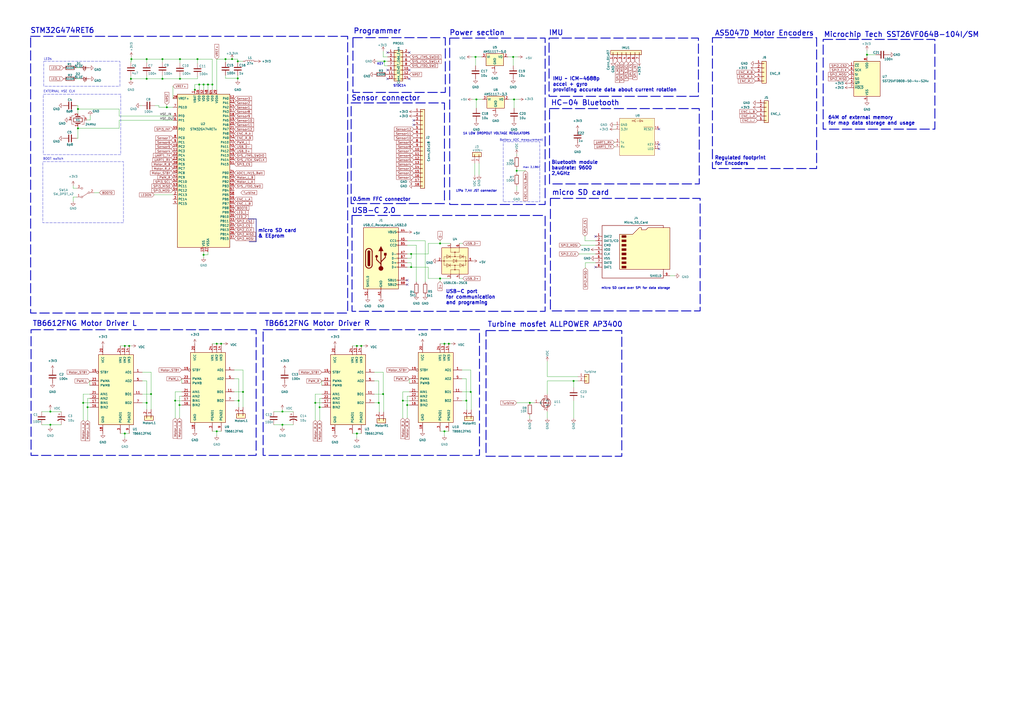
<source format=kicad_sch>
(kicad_sch (version 20231120) (generator "eeschema") (generator_version "8.0")
  (paper "A2")
  (title_block (title "REGIN V3") (date "2025-10-27") (rev "v1") (company "SpaceSBL"))
  (junction (at 207.01 200.66))
  (junction (at 118.11 147.828))
  (junction (at 113.03 52.07))
  (junction (at 85.09 34.29))
  (junction (at 76.2 34.29))
  (junction (at 163.83 246.38))
  (junction (at 140.97 227.33))
  (junction (at 273.05 227.33))
  (junction (at 137.922 45.466))
  (junction (at 104.394 45.72))
  (junction (at 48.26 233.68))
  (junction (at 257.81 199.39))
  (junction (at 298.196 57.658))
  (junction (at 137.922 35.56))
  (junction (at 125.73 250.19))
  (junction (at 275.844 33.02))
  (junction (at 209.55 200.66))
  (junction (at 87.63 228.6))
  (junction (at 123.19 49.022))
  (junction (at 72.39 251.46))
  (junction (at 255.27 141.224))
  (junction (at 223.012 35.56))
  (junction (at 502.92 31.75))
  (junction (at 236.22 234.95))
  (junction (at 125.73 199.39))
  (junction (at 238.506 154.94))
  (junction (at 128.27 199.39))
  (junction (at 163.83 238.76))
  (junction (at 104.14 234.95))
  (junction (at 222.25 228.6))
  (junction (at 138.43 232.41))
  (junction (at 238.506 147.32))
  (junction (at 74.93 200.66))
  (junction (at 75.946 45.72))
  (junction (at 332.74 220.98))
  (junction (at 50.8 236.22))
  (junction (at 96.774 62.23))
  (junction (at 297.688 33.02))
  (junction (at 85.09 233.68))
  (junction (at 299.72 99.06))
  (junction (at 104.394 34.29))
  (junction (at 260.35 199.39))
  (junction (at 257.81 250.19))
  (junction (at 29.21 246.38))
  (junction (at 255.27 161.544))
  (junction (at 29.21 238.76))
  (junction (at 120.65 49.022))
  (junction (at 134.62 34.29))
  (junction (at 45.212 63.246))
  (junction (at 94.234 45.72))
  (junction (at 114.554 34.29))
  (junction (at 94.234 34.29))
  (junction (at 276.352 57.658))
  (junction (at 219.71 233.68))
  (junction (at 182.88 233.68))
  (junction (at 270.51 232.41))
  (junction (at 45.212 74.422))
  (junction (at 207.01 251.46))
  (junction (at 101.6 232.41))
  (junction (at 307.34 233.68))
  (junction (at 130.81 34.29))
  (junction (at 185.42 236.22))
  (junction (at 233.68 232.41))
  (junction (at 118.11 49.022))
  (junction (at 115.57 49.022))
  (junction (at 85.09 45.72))
  (junction (at 72.39 200.66))
  (no_connect (at 237.49 30.48))
  (no_connect (at 237.49 40.64))
  (no_connect (at 345.44 137.16))
  (no_connect (at 224.79 45.72))
  (no_connect (at 237.49 45.72))
  (no_connect (at 240.03 72.39))
  (no_connect (at 224.79 40.64))
  (no_connect (at 382.27 86.36))
  (no_connect (at 240.03 69.85))
  (no_connect (at 382.27 74.93))
  (no_connect (at 382.27 83.82))
  (no_connect (at 345.44 154.94))
  (no_connect (at 236.22 162.56))
  (no_connect (at 236.22 165.1))
  (no_connect (at 224.79 30.48))
  (wire (pts (xy 94.234 34.29) (xy 85.09 34.29)))
  (wire (pts (xy 75.946 45.72) (xy 85.09 45.72)))
  (wire (pts (xy 113.03 52.07) (xy 113.03 49.022)))
  (wire (pts (xy 317.5 218.44) (xy 317.5 209.55)))
  (wire (pts (xy 94.234 43.688) (xy 94.234 45.72)))
  (wire (pts (xy 96.774 62.23) (xy 100.33 62.23)))
  (wire (pts (xy 104.14 229.87) (xy 104.14 234.95)))
  (wire (pts (xy 81.534 61.214) (xy 82.296 61.214)))
  (wire (pts (xy 50.8 236.22) (xy 50.8 243.84)))
  (wire (pts (xy 75.946 35.56) (xy 75.946 36.322)))
  (wire (pts (xy 130.81 45.466) (xy 130.81 43.688)))
  (wire (pts (xy 138.43 219.71) (xy 138.43 232.41)))
  (wire (pts (xy 257.81 250.19) (xy 257.81 252.73)))
  (wire (pts (xy 335.788 147.32) (xy 345.44 147.32)))
  (wire (pts (xy 45.212 80.264) (xy 44.45 80.264)))
  (wire (pts (xy 233.68 232.41) (xy 233.68 227.33)))
  (wire (pts (xy 307.34 233.68) (xy 309.88 233.68)))
  (wire (pts (xy 336.804 142.24) (xy 345.44 142.24)))
  (wire (pts (xy 76.2 35.56) (xy 75.946 35.56)))
  (wire (pts (xy 332.74 232.41) (xy 332.74 242.57)))
  (wire (pts (xy 101.6 232.41) (xy 101.6 242.57)))
  (bus (pts (xy 148.59 127) (xy 148.59 140.208)))
  (wire (pts (xy 137.922 43.688) (xy 137.922 45.466)))
  (wire (pts (xy 114.554 34.29) (xy 104.394 34.29)))
  (wire (pts (xy 158.75 238.76) (xy 163.83 238.76)))
  (wire (pts (xy 140.97 227.33) (xy 140.97 236.22)))
  (wire (pts (xy 69.088 63.246) (xy 45.212 63.246)))
  (wire (pts (xy 261.366 141.224) (xy 255.27 141.224)))
  (wire (pts (xy 113.03 49.022) (xy 115.57 49.022)))
  (wire (pts (xy 277.876 94.742) (xy 277.876 101.6)))
  (wire (pts (xy 104.394 34.29) (xy 104.394 36.576)))
  (bus (pts (xy 144.018 127) (xy 148.59 127)))
  (wire (pts (xy 294.64 33.02) (xy 297.688 33.02)))
  (wire (pts (xy 89.408 113.03) (xy 100.33 113.03)))
  (wire (pts (xy 356.87 72.39) (xy 356.362 72.39)))
  (wire (pts (xy 273.558 33.02) (xy 275.844 33.02)))
  (wire (pts (xy 96.774 62.23) (xy 92.202 62.23)))
  (wire (pts (xy 44.45 45.72) (xy 46.736 45.72)))
  (wire (pts (xy 257.81 250.19) (xy 260.35 250.19)))
  (wire (pts (xy 69.088 74.422) (xy 45.212 74.422)))
  (wire (pts (xy 114.554 34.29) (xy 114.554 36.83)))
  (wire (pts (xy 163.83 237.49) (xy 163.83 238.76)))
  (wire (pts (xy 104.394 34.29) (xy 94.234 34.29)))
  (wire (pts (xy 217.17 233.68) (xy 219.71 233.68)))
  (wire (pts (xy 267.97 227.33) (xy 273.05 227.33)))
  (wire (pts (xy 317.5 238.76) (xy 317.5 242.57)))
  (wire (pts (xy 115.57 49.022) (xy 118.11 49.022)))
  (wire (pts (xy 236.22 149.86) (xy 238.506 149.86)))
  (wire (pts (xy 104.394 45.72) (xy 114.554 45.72)))
  (wire (pts (xy 317.5 220.98) (xy 317.5 228.6)))
  (wire (pts (xy 299.72 99.06) (xy 299.72 100.33)))
  (wire (pts (xy 257.81 199.39) (xy 260.35 199.39)))
  (wire (pts (xy 69.088 69.85) (xy 100.33 69.85)))
  (wire (pts (xy 237.49 229.87) (xy 236.22 229.87)))
  (wire (pts (xy 267.97 232.41) (xy 270.51 232.41)))
  (wire (pts (xy 339.598 152.4) (xy 339.598 155.448)))
  (wire (pts (xy 123.19 250.19) (xy 125.73 250.19)))
  (wire (pts (xy 118.11 49.022) (xy 118.11 52.07)))
  (wire (pts (xy 210.82 200.66) (xy 209.55 200.66)))
  (wire (pts (xy 123.19 34.29) (xy 114.554 34.29)))
  (wire (pts (xy 182.88 233.68) (xy 186.69 233.68)))
  (wire (pts (xy 261.62 199.39) (xy 260.35 199.39)))
  (wire (pts (xy 233.68 232.41) (xy 237.49 232.41)))
  (wire (pts (xy 299.72 89.408) (xy 299.72 90.17)))
  (wire (pts (xy 236.22 154.94) (xy 238.506 154.94)))
  (wire (pts (xy 85.09 43.942) (xy 85.09 45.72)))
  (wire (pts (xy 222.504 228.6) (xy 222.504 239.014)))
  (wire (pts (xy 101.6 227.33) (xy 105.41 227.33)))
  (wire (pts (xy 268.478 161.544) (xy 266.446 161.544)))
  (wire (pts (xy 87.63 228.6) (xy 87.63 237.49)))
  (wire (pts (xy 223.012 35.56) (xy 224.79 35.56)))
  (wire (pts (xy 236.22 234.95) (xy 237.49 234.95)))
  (wire (pts (xy 125.73 34.29) (xy 125.73 52.07)))
  (wire (pts (xy 42.418 109.22) (xy 42.418 107.696)))
  (wire (pts (xy 182.88 228.6) (xy 186.69 228.6)))
  (wire (pts (xy 104.14 234.95) (xy 105.41 234.95)))
  (wire (pts (xy 204.47 251.46) (xy 207.01 251.46)))
  (wire (pts (xy 207.01 251.46) (xy 207.01 254)))
  (wire (pts (xy 52.07 220.98) (xy 52.07 223.52)))
  (wire (pts (xy 29.21 246.38) (xy 29.21 247.65)))
  (wire (pts (xy 120.65 49.022) (xy 120.65 52.07)))
  (wire (pts (xy 270.51 219.71) (xy 270.51 232.41)))
  (wire (pts (xy 236.22 234.95) (xy 236.22 242.57)))
  (wire (pts (xy 217.17 220.98) (xy 219.71 220.98)))
  (wire (pts (xy 246.634 163.576) (xy 246.634 139.7)))
  (wire (pts (xy 224.79 38.1) (xy 223.012 38.1)))
  (wire (pts (xy 123.19 49.022) (xy 123.19 34.29)))
  (wire (pts (xy 248.412 154.94) (xy 248.412 161.544)))
  (wire (pts (xy 82.55 220.98) (xy 85.09 220.98)))
  (wire (pts (xy 207.01 200.66) (xy 209.55 200.66)))
  (wire (pts (xy 222.25 29.718) (xy 222.25 33.02)))
  (wire (pts (xy 186.69 220.98) (xy 186.69 223.52)))
  (wire (pts (xy 69.088 69.85) (xy 69.088 74.422)))
  (bus (pts (xy 148.59 140.208) (xy 144.526 140.208)))
  (wire (pts (xy 502.92 31.75) (xy 502.92 33.02)))
  (wire (pts (xy 29.21 246.38) (xy 35.56 246.38)))
  (wire (pts (xy 138.43 232.41) (xy 138.43 236.22)))
  (wire (pts (xy 130.81 34.29) (xy 134.62 34.29)))
  (wire (pts (xy 345.44 139.7) (xy 339.344 139.7)))
  (wire (pts (xy 76.2 34.29) (xy 85.09 34.29)))
  (wire (pts (xy 298.196 57.658) (xy 298.196 62.738)))
  (wire (pts (xy 219.964 233.68) (xy 219.71 233.68)))
  (wire (pts (xy 140.97 35.56) (xy 137.922 35.56)))
  (wire (pts (xy 123.19 52.07) (xy 123.19 49.022)))
  (wire (pts (xy 248.412 141.224) (xy 248.412 147.32)))
  (wire (pts (xy 218.694 35.56) (xy 223.012 35.56)))
  (wire (pts (xy 50.8 231.14) (xy 50.8 236.22)))
  (wire (pts (xy 276.352 57.658) (xy 276.352 62.738)))
  (wire (pts (xy 299.72 233.68) (xy 307.34 233.68)))
  (wire (pts (xy 270.764 232.41) (xy 270.51 232.41)))
  (wire (pts (xy 248.412 147.32) (xy 238.506 147.32)))
  (wire (pts (xy 94.234 45.72) (xy 104.394 45.72)))
  (wire (pts (xy 222.25 215.9) (xy 222.25 228.6)))
  (wire (pts (xy 297.688 33.02) (xy 300.482 33.02)))
  (wire (pts (xy 29.21 237.49) (xy 29.21 238.76)))
  (wire (pts (xy 123.19 199.39) (xy 125.73 199.39)))
  (wire (pts (xy 233.68 242.57) (xy 233.68 232.41)))
  (wire (pts (xy 104.14 234.95) (xy 104.14 242.57)))
  (wire (pts (xy 44.45 109.22) (xy 42.418 109.22)))
  (wire (pts (xy 44.45 114.3) (xy 42.418 114.3)))
  (wire (pts (xy 120.65 49.022) (xy 123.19 49.022)))
  (wire (pts (xy 275.844 33.02) (xy 275.844 38.1)))
  (wire (pts (xy 219.964 233.68) (xy 219.964 239.014)))
  (wire (pts (xy 185.42 236.22) (xy 186.69 236.22)))
  (wire (pts (xy 44.45 39.37) (xy 46.482 39.37)))
  (wire (pts (xy 267.97 214.63) (xy 273.05 214.63)))
  (wire (pts (xy 44.45 61.214) (xy 45.212 61.214)))
  (wire (pts (xy 82.55 228.6) (xy 87.63 228.6)))
  (wire (pts (xy 255.27 141.224) (xy 248.412 141.224)))
  (wire (pts (xy 72.39 251.46) (xy 74.93 251.46)))
  (wire (pts (xy 134.62 34.29) (xy 137.922 34.29)))
  (wire (pts (xy 69.85 251.46) (xy 72.39 251.46)))
  (wire (pts (xy 238.506 149.86) (xy 238.506 147.32)))
  (wire (pts (xy 115.57 52.07) (xy 115.57 49.022)))
  (wire (pts (xy 163.83 246.38) (xy 170.18 246.38)))
  (wire (pts (xy 52.324 69.596) (xy 50.292 69.596)))
  (wire (pts (xy 45.212 61.214) (xy 45.212 63.246)))
  (wire (pts (xy 76.2 34.29) (xy 76.2 35.56)))
  (wire (pts (xy 45.212 74.422) (xy 45.212 80.264)))
  (wire (pts (xy 182.88 233.68) (xy 182.88 228.6)))
  (wire (pts (xy 267.97 219.71) (xy 270.51 219.71)))
  (wire (pts (xy 92.202 61.214) (xy 89.916 61.214)))
  (wire (pts (xy 388.62 160.02) (xy 391.414 160.02)))
  (wire (pts (xy 76.2 33.02) (xy 76.2 34.29)))
  (wire (pts (xy 332.74 220.98) (xy 335.28 220.98)))
  (wire (pts (xy 135.89 219.71) (xy 138.43 219.71)))
  (wire (pts (xy 270.764 232.41) (xy 270.764 237.744)))
  (wire (pts (xy 96.774 60.706) (xy 96.774 62.23)))
  (wire (pts (xy 339.344 136.906) (xy 339.344 139.7)))
  (wire (pts (xy 48.26 233.68) (xy 48.26 243.84)))
  (wire (pts (xy 45.212 63.246) (xy 45.212 65.786)))
  (wire (pts (xy 76.2 200.66) (xy 74.93 200.66)))
  (wire (pts (xy 274.066 57.658) (xy 276.352 57.658)))
  (wire (pts (xy 118.11 149.352) (xy 118.11 147.828)))
  (wire (pts (xy 255.27 163.322) (xy 255.27 161.544)))
  (wire (pts (xy 105.41 219.71) (xy 105.41 222.25)))
  (wire (pts (xy 87.63 215.9) (xy 87.63 228.6)))
  (wire (pts (xy 356.87 85.09) (xy 356.362 85.09)))
  (wire (pts (xy 130.81 45.466) (xy 137.922 45.466)))
  (wire (pts (xy 241.554 163.576) (xy 241.554 142.24)))
  (wire (pts (xy 82.55 215.9) (xy 87.63 215.9)))
  (wire (pts (xy 125.73 199.39) (xy 128.27 199.39)))
  (wire (pts (xy 75.946 43.942) (xy 75.946 45.72)))
  (wire (pts (xy 163.83 246.38) (xy 163.83 247.65)))
  (wire (pts (xy 48.26 233.68) (xy 52.07 233.68)))
  (wire (pts (xy 246.634 139.7) (xy 236.22 139.7)))
  (wire (pts (xy 273.304 227.33) (xy 273.05 227.33)))
  (wire (pts (xy 255.27 161.544) (xy 261.366 161.544)))
  (wire (pts (xy 182.88 243.84) (xy 182.88 233.68)))
  (wire (pts (xy 85.09 34.29) (xy 85.09 36.322)))
  (wire (pts (xy 118.11 49.022) (xy 120.65 49.022)))
  (wire (pts (xy 105.41 229.87) (xy 104.14 229.87)))
  (wire (pts (xy 222.504 228.6) (xy 222.25 228.6)))
  (wire (pts (xy 42.418 114.3) (xy 42.418 116.84)))
  (wire (pts (xy 92.202 62.23) (xy 92.202 61.214)))
  (wire (pts (xy 233.68 227.33) (xy 237.49 227.33)))
  (wire (pts (xy 207.01 251.46) (xy 209.55 251.46)))
  (wire (pts (xy 237.49 219.71) (xy 237.49 222.25)))
  (wire (pts (xy 332.74 220.98) (xy 332.74 224.79)))
  (wire (pts (xy 104.394 44.196) (xy 104.394 45.72)))
  (wire (pts (xy 24.13 246.38) (xy 29.21 246.38)))
  (wire (pts (xy 297.688 33.02) (xy 297.688 38.1)))
  (wire (pts (xy 255.27 250.19) (xy 257.81 250.19)))
  (wire (pts (xy 185.42 231.14) (xy 185.42 236.22)))
  (wire (pts (xy 158.75 246.38) (xy 163.83 246.38)))
  (wire (pts (xy 125.73 250.19) (xy 125.73 252.73)))
  (wire (pts (xy 48.26 228.6) (xy 52.07 228.6)))
  (wire (pts (xy 129.54 199.39) (xy 128.27 199.39)))
  (wire (pts (xy 101.6 232.41) (xy 105.41 232.41)))
  (wire (pts (xy 140.97 214.63) (xy 140.97 227.33)))
  (wire (pts (xy 120.65 147.828) (xy 120.65 146.05)))
  (wire (pts (xy 69.85 200.66) (xy 72.39 200.66)))
  (wire (pts (xy 75.946 46.482) (xy 75.946 45.72)))
  (wire (pts (xy 204.47 200.66) (xy 207.01 200.66)))
  (wire (pts (xy 273.304 227.33) (xy 273.304 237.744)))
  (wire (pts (xy 125.73 250.19) (xy 128.27 250.19)))
  (wire (pts (xy 137.922 35.56) (xy 137.922 36.068)))
  (wire (pts (xy 275.336 94.742) (xy 275.336 101.6)))
  (wire (pts (xy 295.148 57.658) (xy 298.196 57.658)))
  (wire (pts (xy 273.05 214.63) (xy 273.05 227.33)))
  (wire (pts (xy 248.412 161.544) (xy 255.27 161.544)))
  (wire (pts (xy 85.09 220.98) (xy 85.09 233.68)))
  (wire (pts (xy 186.69 231.14) (xy 185.42 231.14)))
  (wire (pts (xy 135.89 214.63) (xy 140.97 214.63)))
  (wire (pts (xy 135.89 227.33) (xy 140.97 227.33)))
  (wire (pts (xy 217.17 215.9) (xy 222.25 215.9)))
  (wire (pts (xy 255.27 199.39) (xy 257.81 199.39)))
  (wire (pts (xy 238.506 154.94) (xy 248.412 154.94)))
  (wire (pts (xy 217.17 228.6) (xy 222.25 228.6)))
  (wire (pts (xy 299.72 107.95) (xy 299.72 110.49)))
  (wire (pts (xy 223.012 38.1) (xy 223.012 35.56)))
  (wire (pts (xy 125.73 34.29) (xy 130.81 34.29)))
  (wire (pts (xy 101.6 232.41) (xy 101.6 227.33)))
  (wire (pts (xy 82.55 233.68) (xy 85.09 233.68)))
  (wire (pts (xy 52.07 231.14) (xy 50.8 231.14)))
  (wire (pts (xy 502.92 29.21) (xy 502.92 31.75)))
  (wire (pts (xy 45.212 73.406) (xy 45.212 74.422)))
  (wire (pts (xy 238.506 152.4) (xy 238.506 154.94)))
  (wire (pts (xy 317.5 220.98) (xy 332.74 220.98)))
  (wire (pts (xy 100.33 50.038) (xy 100.33 57.15)))
  (wire (pts (xy 130.81 36.068) (xy 130.81 34.29)))
  (wire (pts (xy 508 31.75) (xy 502.92 31.75)))
  (wire (pts (xy 299.72 99.06) (xy 304.8 99.06)))
  (wire (pts (xy 29.21 238.76) (xy 35.56 238.76)))
  (wire (pts (xy 113.03 52.324) (xy 113.03 52.07)))
  (wire (pts (xy 69.088 63.246) (xy 69.088 67.31)))
  (wire (pts (xy 163.83 238.76) (xy 170.18 238.76)))
  (wire (pts (xy 135.89 232.41) (xy 138.43 232.41)))
  (wire (pts (xy 335.28 218.44) (xy 317.5 218.44)))
  (wire (pts (xy 185.42 236.22) (xy 185.42 243.84)))
  (wire (pts (xy 356.87 74.93) (xy 356.362 74.93)))
  (wire (pts (xy 48.26 233.68) (xy 48.26 228.6)))
  (wire (pts (xy 137.922 34.29) (xy 137.922 35.56)))
  (wire (pts (xy 307.34 242.57) (xy 307.34 241.3)))
  (wire (pts (xy 219.71 220.98) (xy 219.71 233.68)))
  (wire (pts (xy 85.09 45.72) (xy 94.234 45.72)))
  (wire (pts (xy 345.44 152.4) (xy 339.598 152.4)))
  (wire (pts (xy 52.324 67.056) (xy 52.324 69.596)))
  (wire (pts (xy 236.22 152.4) (xy 238.506 152.4)))
  (wire (pts (xy 222.25 33.02) (xy 224.79 33.02)))
  (wire (pts (xy 236.22 229.87) (xy 236.22 234.95)))
  (wire (pts (xy 94.234 34.29) (xy 94.234 36.068)))
  (wire (pts (xy 114.554 44.45) (xy 114.554 45.72)))
  (wire (pts (xy 255.27 139.446) (xy 255.27 141.224)))
  (wire (pts (xy 85.09 233.68) (xy 85.09 237.49)))
  (wire (pts (xy 118.11 147.828) (xy 120.65 147.828)))
  (wire (pts (xy 268.478 141.224) (xy 266.446 141.224)))
  (wire (pts (xy 238.506 147.32) (xy 236.22 147.32)))
  (wire (pts (xy 72.39 251.46) (xy 72.39 254)))
  (wire (pts (xy 50.8 236.22) (xy 52.07 236.22)))
  (wire (pts (xy 275.844 33.02) (xy 279.4 33.02)))
  (wire (pts (xy 137.922 45.466) (xy 137.922 46.482)))
  (wire (pts (xy 69.088 67.31) (xy 100.33 67.31)))
  (wire (pts (xy 72.39 200.66) (xy 74.93 200.66)))
  (wire (pts (xy 298.196 57.658) (xy 300.99 57.658)))
  (wire (pts (xy 54.61 111.76) (xy 57.658 111.76)))
  (wire (pts (xy 24.13 238.76) (xy 29.21 238.76)))
  (wire (pts (xy 241.554 142.24) (xy 236.22 142.24)))
  (wire (pts (xy 118.11 147.828) (xy 118.11 146.05)))
  (wire (pts (xy 276.352 57.658) (xy 279.908 57.658)))
  (wire (pts (xy 356.87 82.55) (xy 356.362 82.55)))
  (wire (pts (xy 299.72 97.79) (xy 299.72 99.06)))
  (rectangle (start 25.4 35.56) (end 69.596 50.038) (stroke (width 0) (type dash)))
  (rectangle (start 318.516 22.098) (end 405.13 55.88) (stroke (width 0.5) (type dash)))
  (rectangle (start 318.77 62.992) (end 405.638 106.68) (stroke (width 0.5) (type dash)))
  (rectangle (start 204.724 21.844) (end 258.318 53.594) (stroke (width 0.5) (type dash)))
  (rectangle (start 18.034 191.262) (end 148.59 264.16) (stroke (width 0.5) (type dash)))
  (rectangle (start 260.858 22.098) (end 316.23 118.618) (stroke (width 0.5) (type dash)))
  (rectangle (start 291.846 82.296) (end 313.182 117.094) (stroke (width 0) (type dash)))
  (rectangle (start 319.278 115.062) (end 406.146 180.34) (stroke (width 0.5) (type dash)))
  (rectangle (start 204.216 124.968) (end 316.23 180.594) (stroke (width 0.5) (type dash)))
  (rectangle (start 413.258 21.844) (end 473.71 97.79) (stroke (width 0.5) (type dash)))
  (rectangle (start 281.94 191.77) (end 360.68 264.668) (stroke (width 0.5) (type dash)))
  (rectangle (start 24.892 93.726) (end 71.628 129.286) (stroke (width 0) (type dash)))
  (rectangle (start 25.146 54.61) (end 70.104 89.662) (stroke (width 0) (type dash)))
  (rectangle (start 17.78 21.082) (end 201.676 181.61) (stroke (width 0.5) (type dash)))
  (rectangle (start 477.52 22.86) (end 542.29 74.93) (stroke (width 0.5) (type dash)))
  (rectangle (start 152.654 191.262) (end 278.13 264.16) (stroke (width 0.5) (type dash)))
  (rectangle (start 203.708 59.69) (end 257.81 118.11) (stroke (width 0.5) (type dash)))
  (text "Battery ADC measurement" (at 289.814 82.042 0) (effects (font (size 1.27 1.27)) (justify left bottom)))
  (text "Turbine mosfet ALLPOWER AP3400" (at 282.702 189.992 0) (effects (font (size 3 3) (thickness 0.454) (bold yes)) (justify left bottom)))
  (text "USB-C 2.0" (at 203.962 123.952 0) (effects (font (size 3 3) (thickness 0.454) (bold yes)) (justify left bottom)))
  (text "TB6612FNG Motor Driver R" (at 153.416 189.484 0) (effects (font (size 3 3) (thickness 0.454) (bold yes)) (justify left bottom)))
  (text "max 3,186V" (at 303.276 97.79 0) (effects (font (size 1.1 1.1)) (justify left bottom)))
  (text "KEY" (at 218.694 37.846 0) (effects (font (size 1.27 1.27) (bold yes)) (justify left bottom)))
  (text "64M of external memory \nfor map data storage and usage" (at 480.314 72.644 0) (effects (font (size 2 2) (thickness 0.4) (bold yes)) (justify left bottom)))
  (text "Programmer" (at 204.978 19.812 0) (effects (font (size 3 3) (thickness 0.454) (bold yes)) (justify left bottom)))
  (text "STM32G474RET6" (at 17.526 19.558 0) (effects (font (size 3 3) (thickness 0.454) (bold yes)) (justify left bottom)))
  (text "BOOT switch" (at 24.892 92.964 0) (effects (font (size 1.27 1.27)) (justify left bottom)))
  (text "Microchip Tech SST26VF064B-104I/SM" (at 477.774 21.844 0) (effects (font (size 3 3) (thickness 0.454) (bold yes)) (justify left bottom)))
  (text "Power section" (at 260.604 20.828 0) (effects (font (size 3 3) (thickness 0.454) (bold yes)) (justify left bottom)))
  (text "0.5mm FFC connector\n" (at 204.47 116.84 0) (effects (font (size 2 2) (thickness 0.4) (bold yes)) (justify left bottom)))
  (text "Regulated footprint\nfor Encoders" (at 414.528 96.012 0) (effects (font (size 2 2) (thickness 0.4) (bold yes)) (justify left bottom)))
  (text "EXTERNAL HSE CLK" (at 25.146 53.848 0) (effects (font (size 1.27 1.27)) (justify left bottom)))
  (text "IMU" (at 318.262 20.828 0) (effects (font (size 3 3) (thickness 0.454) (bold yes)) (justify left bottom)))
  (text "USB-C port \nfor communication \nand programing " (at 258.572 176.784 0) (effects (font (size 2 2) (thickness 0.4) (bold yes)) (justify left bottom)))
  (text "TB6612FNG Motor Driver L" (at 18.796 189.484 0) (effects (font (size 3 3) (thickness 0.454) (bold yes)) (justify left bottom)))
  (text "Sensor connector" (at 203.708 58.674 0) (effects (font (size 3 3) (thickness 0.454) (bold yes)) (justify left bottom)))
  (text "STDC14" (at 228.092 50.546 0) (effects (font (size 1.27 1.27) (thickness 0.254) (bold yes)) (justify left bottom)))
  (text "AS5047D Motor Encoders" (at 414.528 21.082 0) (effects (font (size 3 3) (thickness 0.454) (bold yes)) (justify left bottom)))
  (text "IMU ~ ICM-4688p\naccel + gyro \nproviding accurate data about current rotation" (at 320.548 53.34 0) (effects (font (size 2 2) (thickness 0.4) (bold yes)) (justify left bottom)))
  (text "micro SD card \n& EEprom\n" (at 149.606 138.176 0) (effects (font (size 2 2) (thickness 0.4) (bold yes)) (justify left bottom)))
  (text "LEDs" (at 25.4 35.052 0) (effects (font (size 1.27 1.27)) (justify left bottom)))
  (text "1A LOW DROPOUT VOLTAGE REGULATORS" (at 268.478 78.232 0) (effects (font (size 1.27 1.27) (thickness 0.254) (bold yes)) (justify left bottom)))
  (text "micro SD card" (at 320.04 113.538 0) (effects (font (size 3 3) (thickness 0.454) (bold yes)) (justify left bottom)))
  (text "micro SD card over SPI for data storage" (at 348.742 167.894 0) (effects (font (size 1.27 1.27) (thickness 0.254) (bold yes)) (justify left bottom)))
  (text "HC-04 Bluetooth" (at 319.532 61.468 0) (effects (font (size 3 3) (thickness 0.454) (bold yes)) (justify left bottom)))
  (text "LiPo 7,4V JST connector\n" (at 264.414 111.506 0) (effects (font (size 1.27 1.27) (thickness 0.254) (bold yes)) (justify left bottom)))
  (text "Bluetooth module\nbaudrate: 9600\n2,4GHz" (at 319.786 101.854 0) (effects (font (size 2 2) (thickness 0.4) (bold yes)) (justify left bottom)))
  (label "HSE_OUT" (at 92.71 69.85 0))
  (label "HSE_IN" (at 92.71 67.31 0))
  (global_label "SPI2_MISO" (shape input) (at 135.89 135.89 0) (property "Intersheetrefs" "${INTERSHEET_REFS}" (effects (hide yes))))
  (global_label "Sensor6" (shape input) (at 240.03 90.17 180) (property "Intersheetrefs" "${INTERSHEET_REFS}" (effects (hide yes))))
  (global_label "PWM_L" (shape input) (at 135.89 82.55 0) (property "Intersheetrefs" "${INTERSHEET_REFS}" (effects (hide yes))))
  (global_label "SPI2_MOSI" (shape input) (at 135.89 138.43 0) (property "Intersheetrefs" "${INTERSHEET_REFS}" (effects (hide yes))))
  (global_label "Motor_STBY" (shape input) (at 105.41 214.63 180) (property "Intersheetrefs" "${INTERSHEET_REFS}" (effects (hide yes))))
  (global_label "SPI3_INT" (shape input) (at 368.3 35.56 270) (property "Intersheetrefs" "${INTERSHEET_REFS}" (effects (hide yes))))
  (global_label "SYS_JTCK_SWCLK" (shape input) (at 135.89 92.71 0) (property "Intersheetrefs" "${INTERSHEET_REFS}" (effects (hide yes))))
  (global_label "SYS_JTCK_SWCLK" (shape input) (at 237.49 35.56 0) (property "Intersheetrefs" "${INTERSHEET_REFS}" (effects (hide yes))))
  (global_label "SPI2_CS2" (shape input) (at 492.76 38.1 180) (property "Intersheetrefs" "${INTERSHEET_REFS}" (effects (hide yes))))
  (global_label "SPI3_CS" (shape input) (at 135.89 95.25 0) (property "Intersheetrefs" "${INTERSHEET_REFS}" (effects (hide yes))))
  (global_label "UART1_RX" (shape input) (at 356.362 82.55 180) (property "Intersheetrefs" "${INTERSHEET_REFS}" (effects (hide yes))))
  (global_label "Sensor4" (shape input) (at 240.03 95.25 180) (property "Intersheetrefs" "${INTERSHEET_REFS}" (effects (hide yes))))
  (global_label "Sensor10" (shape input) (at 240.03 80.01 180) (property "Intersheetrefs" "${INTERSHEET_REFS}" (effects (hide yes))))
  (global_label "Sensor5" (shape input) (at 240.03 92.71 180) (property "Intersheetrefs" "${INTERSHEET_REFS}" (effects (hide yes))))
  (global_label "ENC_L_A" (shape input) (at 439.42 67.31 180) (property "Intersheetrefs" "${INTERSHEET_REFS}" (effects (hide yes))))
  (global_label "Motor_L_B" (shape input) (at 135.89 102.87 0) (property "Intersheetrefs" "${INTERSHEET_REFS}" (effects (hide yes))))
  (global_label "Motor_L_A" (shape input) (at 48.26 243.84 270) (property "Intersheetrefs" "${INTERSHEET_REFS}" (effects (hide yes))))
  (global_label "USB_D+" (shape input) (at 268.478 161.544 0) (property "Intersheetrefs" "${INTERSHEET_REFS}" (effects (hide yes))))
  (global_label "ENC_R_A" (shape input) (at 135.89 77.47 0) (property "Intersheetrefs" "${INTERSHEET_REFS}" (effects (hide yes))))
  (global_label "SPI2_CLK" (shape input) (at 135.89 133.35 0) (property "Intersheetrefs" "${INTERSHEET_REFS}" (effects (hide yes))))
  (global_label "PWM_L" (shape input) (at 105.41 219.71 180) (property "Intersheetrefs" "${INTERSHEET_REFS}" (effects (hide yes))))
  (global_label "Sensor12" (shape input) (at 135.89 74.93 0) (property "Intersheetrefs" "${INTERSHEET_REFS}" (effects (hide yes))))
  (global_label "ENC_R_I" (shape input) (at 438.15 46.99 180) (property "Intersheetrefs" "${INTERSHEET_REFS}" (effects (hide yes))))
  (global_label "USB_D-" (shape input) (at 135.89 85.09 0) (property "Intersheetrefs" "${INTERSHEET_REFS}" (effects (hide yes))))
  (global_label "Motor_STBY" (shape input) (at 186.69 215.9 180) (property "Intersheetrefs" "${INTERSHEET_REFS}" (effects (hide yes))))
  (global_label "Sensor7" (shape input) (at 240.03 87.63 180) (property "Intersheetrefs" "${INTERSHEET_REFS}" (effects (hide yes))))
  (global_label "Motor_R_B" (shape input) (at 236.22 242.57 270) (property "Intersheetrefs" "${INTERSHEET_REFS}" (effects (hide yes))))
  (global_label "SYS_JTMS_SWDIO" (shape input) (at 135.89 90.17 0) (property "Intersheetrefs" "${INTERSHEET_REFS}" (effects (hide yes))))
  (global_label "Motor_L_A" (shape input) (at 135.89 105.41 0) (property "Intersheetrefs" "${INTERSHEET_REFS}" (effects (hide yes))))
  (global_label "PWM_R" (shape input) (at 186.69 220.98 180) (property "Intersheetrefs" "${INTERSHEET_REFS}" (effects (hide yes))))
  (global_label "SPI2_MOSI" (shape input) (at 336.804 142.24 180) (property "Intersheetrefs" "${INTERSHEET_REFS}" (effects (hide yes))))
  (global_label "PWM_R" (shape input) (at 100.33 102.87 180) (property "Intersheetrefs" "${INTERSHEET_REFS}" (effects (hide yes))))
  (global_label "Motor_STBY" (shape input) (at 100.33 100.33 180) (property "Intersheetrefs" "${INTERSHEET_REFS}" (effects (hide yes))))
  (global_label "SPI2_CS" (shape input) (at 135.89 130.81 0) (property "Intersheetrefs" "${INTERSHEET_REFS}" (effects (hide yes))))
  (global_label "SPI3_MISO" (shape input) (at 360.68 35.56 270) (property "Intersheetrefs" "${INTERSHEET_REFS}" (effects (hide yes))))
  (global_label "SPI2_CS" (shape input) (at 339.344 136.906 90) (property "Intersheetrefs" "${INTERSHEET_REFS}" (effects (hide yes))))
  (global_label "LED_1" (shape input) (at 135.89 123.19 0) (property "Intersheetrefs" "${INTERSHEET_REFS}" (effects (hide yes))))
  (global_label "Sensor2" (shape input) (at 135.89 59.69 0) (property "Intersheetrefs" "${INTERSHEET_REFS}" (effects (hide yes))))
  (global_label "SPI3_MOSI" (shape input) (at 100.33 110.49 180) (property "Intersheetrefs" "${INTERSHEET_REFS}" (effects (hide yes))))
  (global_label "Motor_STBY" (shape input) (at 237.49 214.63 180) (property "Intersheetrefs" "${INTERSHEET_REFS}" (effects (hide yes))))
  (global_label "ENC_L_B" (shape input) (at 439.42 64.77 180) (property "Intersheetrefs" "${INTERSHEET_REFS}" (effects (hide yes))))
  (global_label "Motor_R_A" (shape input) (at 182.88 243.84 270) (property "Intersheetrefs" "${INTERSHEET_REFS}" (effects (hide yes))))
  (global_label "D+" (shape input) (at 255.27 163.322 270) (property "Intersheetrefs" "${INTERSHEET_REFS}" (effects (hide yes))))
  (global_label "SPI3_SCL" (shape input) (at 363.22 35.56 270) (property "Intersheetrefs" "${INTERSHEET_REFS}" (effects (hide yes))))
  (global_label "Sensor2" (shape input) (at 240.03 100.33 180) (property "Intersheetrefs" "${INTERSHEET_REFS}" (effects (hide yes))))
  (global_label "Motor_R_A" (shape input) (at 233.68 242.57 270) (property "Intersheetrefs" "${INTERSHEET_REFS}" (effects (hide yes))))
  (global_label "Motor_R_B" (shape input) (at 100.33 95.25 180) (property "Intersheetrefs" "${INTERSHEET_REFS}" (effects (hide yes))))
  (global_label "Sensor11" (shape input) (at 135.89 72.39 0) (property "Intersheetrefs" "${INTERSHEET_REFS}" (effects (hide yes))))
  (global_label "Sensor5" (shape input) (at 100.33 85.09 180) (property "Intersheetrefs" "${INTERSHEET_REFS}" (effects (hide yes))))
  (global_label "NRST" (shape input) (at 96.774 60.706 90) (property "Intersheetrefs" "${INTERSHEET_REFS}" (effects (hide yes))))
  (global_label "ADC1_IN15_Batt" (shape input) (at 304.8 99.06 270) (property "Intersheetrefs" "${INTERSHEET_REFS}" (effects (hide yes))))
  (global_label "Sensor12" (shape input) (at 240.03 74.93 180) (property "Intersheetrefs" "${INTERSHEET_REFS}" (effects (hide yes))))
  (global_label "Sensor6" (shape input) (at 100.33 82.55 180) (property "Intersheetrefs" "${INTERSHEET_REFS}" (effects (hide yes))))
  (global_label "Motor_STBY" (shape input) (at 52.07 215.9 180) (property "Intersheetrefs" "${INTERSHEET_REFS}" (effects (hide yes))))
  (global_label "VREF+" (shape input) (at 100.33 50.038 0) (property "Intersheetrefs" "${INTERSHEET_REFS}" (effects (hide yes))))
  (global_label "Turbine" (shape input) (at 139.7 111.76 0) (property "Intersheetrefs" "${INTERSHEET_REFS}" (effects (hide yes))))
  (global_label "LED_1" (shape input) (at 36.83 45.72 180) (property "Intersheetrefs" "${INTERSHEET_REFS}" (effects (hide yes))))
  (global_label "Sensor3" (shape input) (at 135.89 57.15 0) (property "Intersheetrefs" "${INTERSHEET_REFS}" (effects (hide yes))))
  (global_label "ADC1_IN15_Batt" (shape input) (at 135.89 100.33 0) (property "Intersheetrefs" "${INTERSHEET_REFS}" (effects (hide yes))))
  (global_label "ENC_L_I" (shape input) (at 439.42 69.85 180) (property "Intersheetrefs" "${INTERSHEET_REFS}" (effects (hide yes))))
  (global_label "SYS_JTDO_SWO" (shape input) (at 135.89 107.95 0) (property "Intersheetrefs" "${INTERSHEET_REFS}" (effects (hide yes))))
  (global_label "SPI2_CS2" (shape input) (at 135.89 128.27 0) (property "Intersheetrefs" "${INTERSHEET_REFS}" (effects (hide yes))))
  (global_label "Sensor1" (shape input) (at 240.03 102.87 180) (property "Intersheetrefs" "${INTERSHEET_REFS}" (effects (hide yes))))
  (global_label "UART1_RX" (shape input) (at 100.33 92.71 180) (property "Intersheetrefs" "${INTERSHEET_REFS}" (effects (hide yes))))
  (global_label "ENC_R_B" (shape input) (at 438.15 41.91 180) (property "Intersheetrefs" "${INTERSHEET_REFS}" (effects (hide yes))))
  (global_label "SPI2_MISO" (shape input) (at 492.76 45.72 180) (property "Intersheetrefs" "${INTERSHEET_REFS}" (effects (hide yes))))
  (global_label "Sensor9" (shape input) (at 240.03 82.55 180) (property "Intersheetrefs" "${INTERSHEET_REFS}" (effects (hide yes))))
  (global_label "SPI3_MISO" (shape input) (at 100.33 107.95 180) (property "Intersheetrefs" "${INTERSHEET_REFS}" (effects (hide yes))))
  (global_label "UART1_TX" (shape input) (at 100.33 90.17 180) (property "Intersheetrefs" "${INTERSHEET_REFS}" (effects (hide yes))))
  (global_label "Motor_R_A" (shape input) (at 100.33 97.79 180) (property "Intersheetrefs" "${INTERSHEET_REFS}" (effects (hide yes))))
  (global_label "Sensor10" (shape input) (at 135.89 69.85 0) (property "Intersheetrefs" "${INTERSHEET_REFS}" (effects (hide yes))))
  (global_label "Sensor4" (shape input) (at 100.33 87.63 180) (property "Intersheetrefs" "${INTERSHEET_REFS}" (effects (hide yes))))
  (global_label "LED_2" (shape input) (at 135.89 125.73 0) (property "Intersheetrefs" "${INTERSHEET_REFS}" (effects (hide yes))))
  (global_label "USB_D-" (shape input) (at 268.478 141.224 0) (property "Intersheetrefs" "${INTERSHEET_REFS}" (effects (hide yes))))
  (global_label "Sensor7" (shape input) (at 100.33 80.01 180) (property "Intersheetrefs" "${INTERSHEET_REFS}" (effects (hide yes))))
  (global_label "LED_2" (shape input) (at 36.83 39.37 180) (property "Intersheetrefs" "${INTERSHEET_REFS}" (effects (hide yes))))
  (global_label "ENC_R_B" (shape input) (at 135.89 80.01 0) (property "Intersheetrefs" "${INTERSHEET_REFS}" (effects (hide yes))))
  (global_label "Sensor1" (shape input) (at 135.89 62.23 0) (property "Intersheetrefs" "${INTERSHEET_REFS}" (effects (hide yes))))
  (global_label "Sensor3" (shape input) (at 240.03 97.79 180) (property "Intersheetrefs" "${INTERSHEET_REFS}" (effects (hide yes))))
  (global_label "ENC_L_A" (shape input) (at 135.89 115.57 0) (property "Intersheetrefs" "${INTERSHEET_REFS}" (effects (hide yes))))
  (global_label "SPI2_CLK" (shape input) (at 492.76 40.64 180) (property "Intersheetrefs" "${INTERSHEET_REFS}" (effects (hide yes))))
  (global_label "VREF+" (shape input) (at 125.73 34.29 90) (property "Intersheetrefs" "${INTERSHEET_REFS}" (effects (hide yes))))
  (global_label "LEDON" (shape input) (at 89.408 113.03 180) (property "Intersheetrefs" "${INTERSHEET_REFS}" (effects (hide yes))))
  (global_label "SPI3_MOSI" (shape input) (at 358.14 35.56 270) (property "Intersheetrefs" "${INTERSHEET_REFS}" (effects (hide yes))))
  (global_label "PWM_L" (shape input) (at 52.07 220.98 180) (property "Intersheetrefs" "${INTERSHEET_REFS}" (effects (hide yes))))
  (global_label "ENC_L_B" (shape input) (at 135.89 118.11 0) (property "Intersheetrefs" "${INTERSHEET_REFS}" (effects (hide yes))))
  (global_label "BOOT0" (shape input) (at 57.658 111.76 0) (property "Intersheetrefs" "${INTERSHEET_REFS}" (effects (hide yes))))
  (global_label "USB_D+" (shape input) (at 135.89 87.63 0) (property "Intersheetrefs" "${INTERSHEET_REFS}" (effects (hide yes))))
  (global_label "SPI2_MOSI" (shape input) (at 492.76 43.18 180) (property "Intersheetrefs" "${INTERSHEET_REFS}" (effects (hide yes))))
  (global_label "SYS_JTMS_SWDIO" (shape input) (at 237.49 33.02 0) (property "Intersheetrefs" "${INTERSHEET_REFS}" (effects (hide yes))))
  (global_label "Motor_L_A" (shape input) (at 101.6 242.57 270) (property "Intersheetrefs" "${INTERSHEET_REFS}" (effects (hide yes))))
  (global_label "Motor_L_B" (shape input) (at 50.8 243.84 270) (property "Intersheetrefs" "${INTERSHEET_REFS}" (effects (hide yes))))
  (global_label "D-" (shape input) (at 255.27 139.446 90) (property "Intersheetrefs" "${INTERSHEET_REFS}" (effects (hide yes))))
  (global_label "SPI2_CLK" (shape input) (at 335.788 147.32 180) (property "Intersheetrefs" "${INTERSHEET_REFS}" (effects (hide yes))))
  (global_label "BOOT0" (shape input) (at 135.89 120.65 0) (property "Intersheetrefs" "${INTERSHEET_REFS}" (effects (hide yes))))
  (global_label "SPI2_MISO" (shape input) (at 339.598 155.448 270) (property "Intersheetrefs" "${INTERSHEET_REFS}" (effects (hide yes))))
  (global_label "Motor_L_B" (shape input) (at 104.14 242.57 270) (property "Intersheetrefs" "${INTERSHEET_REFS}" (effects (hide yes))))
  (global_label "SPI3_SCL" (shape input) (at 100.33 105.41 180) (property "Intersheetrefs" "${INTERSHEET_REFS}" (effects (hide yes))))
  (global_label "Motor_R_B" (shape input) (at 185.42 243.84 270) (property "Intersheetrefs" "${INTERSHEET_REFS}" (effects (hide yes))))
  (global_label "SPI3_INT" (shape input) (at 100.33 74.93 180) (property "Intersheetrefs" "${INTERSHEET_REFS}" (effects (hide yes))))
  (global_label "Sensor11" (shape input) (at 240.03 77.47 180) (property "Intersheetrefs" "${INTERSHEET_REFS}" (effects (hide yes))))
  (global_label "ENC_R_A" (shape input) (at 438.15 44.45 180) (property "Intersheetrefs" "${INTERSHEET_REFS}" (effects (hide yes))))
  (global_label "PWM_R" (shape input) (at 237.49 219.71 180) (property "Intersheetrefs" "${INTERSHEET_REFS}" (effects (hide yes))))
  (global_label "Sensor8" (shape input) (at 240.03 85.09 180) (property "Intersheetrefs" "${INTERSHEET_REFS}" (effects (hide yes))))
  (global_label "UART1_TX" (shape input) (at 356.362 85.09 180) (property "Intersheetrefs" "${INTERSHEET_REFS}" (effects (hide yes))))
  (global_label "SYS_JTDO_SWO" (shape input) (at 237.49 38.1 0) (property "Intersheetrefs" "${INTERSHEET_REFS}" (effects (hide yes))))
  (global_label "Sensor8" (shape input) (at 135.89 64.77 0) (property "Intersheetrefs" "${INTERSHEET_REFS}" (effects (hide yes))))
  (global_label "NRST" (shape input) (at 237.49 43.18 0) (property "Intersheetrefs" "${INTERSHEET_REFS}" (effects (hide yes))))
  (global_label "Sensor9" (shape input) (at 135.89 67.31 0) (property "Intersheetrefs" "${INTERSHEET_REFS}" (effects (hide yes))))
  (global_label "Turbine" (shape input) (at 299.72 233.68 180) (property "Intersheetrefs" "${INTERSHEET_REFS}" (effects (hide yes))))
  (global_label "SPI3_CS" (shape input) (at 365.76 35.56 270) (property "Intersheetrefs" "${INTERSHEET_REFS}" (effects (hide yes))))
  (symbol (lib_id "Device:C_Polarized_US") (at 35.56 242.57 0) (unit 1)
    (property "Reference" "C3" (at 39.37 241.3 0) (effects (justify left)))
    (property "Value" "10u" (at 39.37 243.84 0) (effects (justify left)))
    (property "Footprint" "Capacitor_SMD:C_0603_1608Metric" (effects (hide yes)))
  )
  (symbol (lib_id "power:GND") (at 245.11 250.19 0) (unit 1)
    (property "Reference" "#PWR082" (effects (hide yes)))
    (property "Value" "GND" (at 245.11 255.27 0))
  )
  (symbol (lib_id "power:GND") (at 125.73 252.73 0) (unit 1)
    (property "Reference" "#PWR079" (effects (hide yes)))
    (property "Value" "GND" (at 125.73 257.81 0))
  )
  (symbol (lib_id "Device:C_Polarized_US") (at 170.18 242.57 0) (unit 1)
    (property "Reference" "C14" (at 173.99 241.3 0) (effects (justify left)))
    (property "Value" "10u" (at 173.99 243.84 0) (effects (justify left)))
    (property "Footprint" "Capacitor_SMD:C_0603_1608Metric" (effects (hide yes)))
  )
  (symbol (lib_id "power:+3V3") (at 222.25 29.718 0) (unit 1)
    (property "Reference" "#PWR038" (effects (hide yes)))
    (property "Value" "+3V3" (at 221.742 26.162 0))
  )
  (symbol (lib_id "Regulator_Linear:AMS1117-3.3") (at 287.528 57.658 0) (unit 1)
    (property "Reference" "U6" (at 287.528 52.07 0))
    (property "Value" "AMS1117-3.3" (at 287.528 54.61 0))
    (property "Footprint" "Package_TO_SOT_SMD:SOT-223-3_TabPin2" (effects (hide yes)))
    (property "Datasheet" "http://www.advanced-monolithic.com/pdf/ds1117.pdf" (effects (hide yes)))
  )
  (symbol (lib_id "Connector:USB_C_Receptacle_USB2.0") (at 220.98 149.86 0) (unit 1)
    (property "Reference" "J1" (at 220.98 127.762 0))
    (property "Value" "USB_C_Receptacle_USB2.0" (at 223.266 130.556 0))
    (property "Footprint" "Connector_USB:USB_C_Receptacle_GCT_USB4105-xx-A_16P_TopMnt_Horizontal" (effects (hide yes)))
    (property "Datasheet" "https://www.usb.org/sites/default/files/documents/usb_type-c.zip" (effects (hide yes)))
  )
  (symbol (lib_id "power:+3.3V") (at 439.42 62.23 90) (unit 1)
    (property "Reference" "#PWR091" (effects (hide yes)))
    (property "Value" "+3V3" (at 434.848 62.23 90) (effects (justify left)))
    (property "Description" "Power symbol creates a global label with name \"+3.3V\"" (effects (hide yes)))
  )
  (symbol (lib_id "power:+3V3") (at 492.76 48.26 90) (unit 1)
    (property "Reference" "#PWR089" (effects (hide yes)))
    (property "Value" "+3V3" (at 489.458 48.26 90) (effects (justify left)))
  )
  (symbol (lib_id "power:+5V") (at 300.482 33.02 270) (unit 1)
    (property "Reference" "#PWR065" (effects (hide yes)))
    (property "Value" "+5V" (at 304.546 33.655 90) (effects (justify left)))
  )
  (symbol (lib_id "Device:C") (at 297.688 41.91 0) (unit 1)
    (property "Reference" "C19" (at 300.736 41.275 0) (effects (justify left)))
    (property "Value" "10u" (at 300.736 43.815 0) (effects (justify left)))
    (property "Footprint" "Capacitor_SMD:C_0603_1608Metric" (effects (hide yes)))
  )
  (symbol (lib_id "power:+5V") (at 236.22 134.62 270) (unit 1)
    (property "Reference" "#PWR040" (effects (hide yes)))
    (property "Value" "+5V" (at 239.522 135.255 90) (effects (justify left)))
  )
  (symbol (lib_id "Device:C") (at 30.48 218.44 0) (unit 1)
    (property "Reference" "C2" (at 34.29 217.1699 0) (effects (justify left)))
    (property "Value" "100n" (at 34.29 219.7099 0) (effects (justify left)))
    (property "Footprint" "Capacitor_SMD:C_0603_1608Metric" (effects (hide yes)))
  )
  (symbol (lib_id "Device:C") (at 511.81 31.75 90) (unit 1)
    (property "Reference" "C21" (at 510.286 30.48 90) (effects (justify left)))
    (property "Value" "100n" (at 517.906 34.29 90) (effects (justify left)))
    (property "Footprint" "Capacitor_SMD:C_0603_1608Metric" (effects (hide yes)))
  )
  (symbol (lib_id "power:VDC") (at 317.5 209.55 0) (unit 1)
    (property "Reference" "#PWR085" (effects (hide yes)))
    (property "Value" "VDC" (at 317.5 204.978 90))
  )
  (symbol (lib_id "power:GND") (at 220.98 172.72 0) (unit 1)
    (property "Reference" "#PWR037" (effects (hide yes)))
    (property "Value" "GND" (at 220.98 177.546 0))
  )
  (symbol (lib_id "Connector_Generic:Conn_02x07_Odd_Even") (at 229.87 38.1 0) (unit 1)
    (property "Reference" "PROG1" (at 231.14 25.146 0))
    (property "Value" "Conn_02x07_Odd_Even" (at 231.14 37.846 90))
    (property "Footprint" "Connector_PinHeader_1.27mm:PinHeader_2x07_P1.27mm_Vertical_SMD" (effects (hide yes)))
  )
  (symbol (lib_id "power:VDC") (at 299.72 89.408 0) (unit 1)
    (property "Reference" "#PWR063" (effects (hide yes)))
    (property "Value" "VDC" (at 299.72 84.836 90))
  )
  (symbol (lib_id "power:GND") (at 438.15 36.83 270) (unit 1)
    (property "Reference" "#PWR033" (effects (hide yes)))
    (property "Value" "GND" (at 433.832 36.8301 90) (effects (justify right)))
  )
  (symbol (lib_id "power:VDC") (at 76.2 200.66 270) (unit 1)
    (property "Reference" "#PWR018" (effects (hide yes)))
    (property "Value" "VDC" (at 80.264 201.295 90) (effects (justify left)))
  )
  (symbol (lib_id "Connector_Generic:Conn_01x02") (at 275.336 89.662 90) (unit 1)
    (property "Reference" "J3" (at 275.336 85.09 90) (effects (justify right)))
    (property "Value" "+VIN-" (at 273.812 87.122 90) (effects (justify right)))
    (property "Footprint" "Connector_PinHeader_2.54mm:PinHeader_1x02_P2.54mm_Vertical" (effects (hide yes)))
    (property "Description" "Generic connector, single row, 01x02, script generated (kicad-library-utils/schlib/autogen/connector/)" (effects (hide yes)))
  )
  (symbol (lib_id "power:+3.3VA") (at 134.62 34.29 0) (unit 1)
    (property "Reference" "#PWR025" (effects (hide yes)))
    (property "Value" "+3.3VA" (at 134.62 30.988 0))
  )
  (symbol (lib_id "HC-04:HC-04") (at 369.57 66.04 0) (unit 1)
    (property "Reference" "U8" (at 369.824 67.056 0))
    (property "Value" "~" (at 369.57 66.802 0))
    (property "Footprint" "Library:HC-04" (effects (hide yes)))
  )
  (symbol (lib_id "power:GND") (at 277.876 101.6 0) (unit 1)
    (property "Reference" "#PWR055" (effects (hide yes)))
    (property "Value" "GND" (at 277.876 106.172 90))
  )
  (symbol (lib_id "Device:C") (at 40.64 61.214 90) (unit 1)
    (property "Reference" "C4" (at 41.91 57.912 90) (effects (justify left)))
    (property "Value" "6p8" (at 42.164 64.516 90) (effects (justify left)))
    (property "Footprint" "Capacitor_SMD:C_0603_1608Metric" (effects (hide yes)))
  )
  (symbol (lib_id "Device:C") (at 276.352 66.548 0) (unit 1)
    (property "Reference" "C18" (at 279.4 65.913 0) (effects (justify left)))
    (property "Value" "10u" (at 279.4 68.453 0) (effects (justify left)))
    (property "Footprint" "Capacitor_SMD:C_0603_1608Metric" (effects (hide yes)))
  )
  (symbol (lib_id "Device:C") (at 85.09 40.132 0) (unit 1)
    (property "Reference" "C7" (at 85.852 38.1 0) (effects (justify left)))
    (property "Value" "100n" (at 85.852 42.672 0) (effects (justify left)))
    (property "Footprint" "Capacitor_SMD:C_0603_1608Metric" (effects (hide yes)))
  )
  (symbol (lib_id "power:+3V3") (at 59.69 200.66 0) (unit 1)
    (property "Reference" "#PWR013" (effects (hide yes)))
    (property "Value" "+3V3" (at 59.69 195.326 0))
  )
  (symbol (lib_id "power:GND") (at 332.74 242.57 0) (unit 1)
    (property "Reference" "#PWR088" (effects (hide yes)))
    (property "Value" "GND" (at 332.74 247.142 90))
  )
  (symbol (lib_id "power:GND") (at 51.816 45.72 90) (unit 1)
    (property "Reference" "#PWR011" (effects (hide yes)))
    (property "Value" "GND" (at 54.61 46.736 90) (effects (justify right)))
  )
  (symbol (lib_id "power:GND") (at 307.34 242.57 0) (unit 1)
    (property "Reference" "#PWR087" (effects (hide yes)))
    (property "Value" "GND" (at 307.34 247.142 90))
  )
  (symbol (lib_id "Connector_Generic:Conn_01x05") (at 444.5 64.77 0) (unit 1)
    (property "Reference" "J5" (at 443.23 56.642 0) (effects (justify left)))
    (property "Value" "ENC_L" (at 447.04 66.0399 0) (effects (justify left)))
    (property "Description" "Generic connector, single row, 01x05, script generated (kicad-library-utils/schlib/autogen/connector/)" (effects (hide yes)))
  )
  (symbol (lib_id "Device:C") (at 104.394 40.386 0) (unit 1)
    (property "Reference" "C10" (at 105.664 38.1 0) (effects (justify left)))
    (property "Value" "100n" (at 105.664 42.672 0) (effects (justify left)))
    (property "Footprint" "Capacitor_SMD:C_0603_1608Metric" (effects (hide yes)))
  )
  (symbol (lib_id "power:GND") (at 355.6 35.56 0) (unit 1)
    (property "Reference" "#PWR072" (effects (hide yes)))
    (property "Value" "GND" (at 355.6 40.132 90))
  )
  (symbol (lib_id "power:VDC") (at 261.62 199.39 270) (unit 1)
    (property "Reference" "#PWR084" (effects (hide yes)))
    (property "Value" "VDC" (at 265.684 200.025 90) (effects (justify left)))
  )
  (symbol (lib_id "power:+3V3") (at 502.92 29.21 0) (unit 1)
    (property "Reference" "#PWR059" (effects (hide yes)))
    (property "Value" "+3V3" (at 499.872 25.4 0) (effects (justify left)))
  )
  (symbol (lib_id "power:GND") (at 207.01 254 0) (unit 1)
    (property "Reference" "#PWR030" (effects (hide yes)))
    (property "Value" "GND" (at 207.01 259.08 0))
  )
  (symbol (lib_id "power:GND") (at 165.1 222.25 0) (unit 1)
    (property "Reference" "#PWR024" (effects (hide yes)))
    (property "Value" "GND" (at 165.1 227.33 0))
  )
  (symbol (lib_id "power:GND") (at 335.026 83.058 0) (unit 1)
    (property "Reference" "#PWR069" (effects (hide yes)))
    (property "Value" "GND" (at 335.026 88.138 0))
  )
  (symbol (lib_id "power:GND") (at 439.42 59.69 270) (unit 1)
    (property "Reference" "#PWR090" (effects (hide yes)))
    (property "Value" "GND" (at 435.102 59.6901 90) (effects (justify right)))
  )
  (symbol (lib_id "Connector_Generic:Conn_01x18") (at 245.11 85.09 0) (unit 1)
    (property "Reference" "J2" (at 246.888 79.756 0) (effects (justify left)))
    (property "Value" "Conn_01x18" (at 248.666 93.726 90) (effects (justify left)))
    (property "Footprint" "Connector_FFC-FPC:Hirose_FH12-18S-0.5SH_1x18-1MP_P0.50mm_Horizontal" (effects (hide yes)))
    (property "Description" "Generic connector, single row, 01x18, script generated (kicad-library-utils/schlib/autogen/connector/)" (effects (hide yes)))
  )
  (symbol (lib_id "Regulator_Linear:AMS1117-5.0") (at 287.02 33.02 0) (unit 1)
    (property "Reference" "U5" (at 287.02 27.432 0))
    (property "Value" "AMS1117-5.0" (at 287.02 29.972 0))
    (property "Footprint" "Package_TO_SOT_SMD:SOT-223-3_TabPin2" (effects (hide yes)))
    (property "Datasheet" "http://www.advanced-monolithic.com/pdf/ds1117.pdf" (effects (hide yes)))
  )
  (symbol (lib_id "Connector_Generic:Conn_01x02") (at 87.63 242.57 270) (unit 1)
    (property "Reference" "MotorL1" (at 86.614 245.364 90))
    (property "Value" "Conn_01x02" (effects (hide yes)))
    (property "Footprint" "Connector_JST:JST_ZH_B2B-ZR_1x02_P1.50mm_Vertical" (effects (hide yes)))
    (property "Description" "Generic connector, single row, 01x02, script generated (kicad-library-utils/schlib/autogen/connector/)" (effects (hide yes)))
  )
  (symbol (lib_id "Device:C") (at 130.81 39.878 0) (unit 1)
    (property "Reference" "C15" (at 131.572 37.846 0) (effects (justify left)))
    (property "Value" "100n" (at 131.572 42.418 0) (effects (justify left)))
    (property "Footprint" "Capacitor_SMD:C_0603_1608Metric" (effects (hide yes)))
  )
  (symbol (lib_id "Connector_Generic:Conn_01x02") (at 340.36 218.44 0) (unit 1)
    (property "Reference" "Turbine" (at 342.392 215.646 0))
    (property "Value" "Conn_01x02" (effects (hide yes)))
    (property "Footprint" "Connector_JST:JST_ZH_B2B-ZR_1x02_P1.50mm_Vertical" (effects (hide yes)))
    (property "Description" "Generic connector, single row, 01x02, script generated (kicad-library-utils/schlib/autogen/connector/)" (effects (hide yes)))
  )
  (symbol (lib_id "power:GND") (at 297.688 45.72 0) (unit 1)
    (property "Reference" "#PWR061" (effects (hide yes)))
    (property "Value" "GND" (at 297.688 50.546 0))
  )
  (symbol (lib_id "power:GND") (at 29.21 247.65 0) (unit 1)
    (property "Reference" "#PWR02" (effects (hide yes)))
    (property "Value" "GND" (at 29.21 252.73 0))
  )
  (symbol (lib_id "power:+3V3") (at 300.99 57.658 270) (unit 1)
    (property "Reference" "#PWR066" (effects (hide yes)))
    (property "Value" "+3V3" (at 304.038 57.404 90) (effects (justify left)))
  )
  (symbol (lib_id "Device:C") (at 137.922 39.878 0) (unit 1)
    (property "Reference" "C16" (at 138.684 37.846 0) (effects (justify left)))
    (property "Value" "1u" (at 138.684 42.418 0) (effects (justify left)))
    (property "Footprint" "Capacitor_SMD:C_0603_1608Metric" (effects (hide yes)))
  )
  (symbol (lib_id "power:+3V3") (at 492.76 50.8 90) (unit 1)
    (property "Reference" "#PWR056" (effects (hide yes)))
    (property "Value" "+3V3" (at 489.458 50.8 90) (effects (justify left)))
  )
  (symbol (lib_id "power:GND") (at 118.11 149.352 0) (unit 1)
    (property "Reference" "#PWR020" (effects (hide yes)))
    (property "Value" "GND" (at 118.11 153.924 0))
  )
  (symbol (lib_id "power:GND") (at 253.746 151.384 270) (unit 1)
    (property "Reference" "#PWR048" (effects (hide yes)))
    (property "Value" "GND" (at 251.206 152.4 90) (effects (justify right)))
  )
  (symbol (lib_id "power:+3V3") (at 356.362 74.93 90) (unit 1)
    (property "Reference" "#PWR074" (effects (hide yes)))
    (property "Value" "+3V3" (at 352.806 74.9299 90) (effects (justify left)))
  )
  (symbol (lib_id "power:GND") (at 246.634 171.196 0) (unit 1)
    (property "Reference" "#PWR047" (effects (hide yes)))
    (property "Value" "GND" (at 246.634 176.022 0))
  )
  (symbol (lib_id "Device:L") (at 144.78 35.56 90) (unit 1)
    (property "Reference" "L1" (at 145.034 33.528 90))
    (property "Value" "27n" (at 145.034 36.83 90))
    (property "Footprint" "Inductor_SMD:L_0603_1608Metric" (effects (hide yes)))
  )
  (symbol (lib_id "power:GND") (at 241.554 171.196 0) (unit 1)
    (property "Reference" "#PWR046" (effects (hide yes)))
    (property "Value" "GND" (at 241.554 176.022 0))
  )
  (symbol (lib_id "Device:C") (at 94.234 39.878 0) (unit 1)
    (property "Reference" "C9" (at 95.25 37.846 0) (effects (justify left)))
    (property "Value" "100n" (at 94.996 42.672 0) (effects (justify left)))
    (property "Footprint" "Capacitor_SMD:C_0603_1608Metric" (effects (hide yes)))
  )
  (symbol (lib_id "Device:R") (at 246.634 167.386 0) (unit 1)
    (property "Reference" "R5" (at 248.158 169.164 0) (effects (justify left)))
    (property "Value" "5k1" (at 247.396 171.45 0) (effects (justify left)))
    (property "Footprint" "Resistor_SMD:R_0603_1608Metric" (effects (hide yes)))
  )
  (symbol (lib_id "power:GND") (at 113.03 250.19 0) (unit 1)
    (property "Reference" "#PWR078" (effects (hide yes)))
    (property "Value" "GND" (at 113.03 255.27 0))
  )
  (symbol (lib_id "power:+3V3") (at 245.11 199.39 0) (unit 1)
    (property "Reference" "#PWR081" (effects (hide yes)))
    (property "Value" "+3V3" (at 245.11 194.056 0))
  )
  (symbol (lib_id "power:GND") (at 42.418 116.84 0) (unit 1)
    (property "Reference" "#PWR09" (effects (hide yes)))
    (property "Value" "GND" (at 42.418 120.904 0))
  )
  (symbol (lib_id "power:+3V3") (at 113.03 199.39 0) (unit 1)
    (property "Reference" "#PWR077" (effects (hide yes)))
    (property "Value" "+3V3" (at 113.03 194.056 0))
  )
  (symbol (lib_id "Driver_Motor:TB6612FNG") (at 252.73 224.79 0) (unit 1)
    (property "Reference" "U10" (at 262.3059 247.65 0) (effects (justify left)))
    (property "Value" "TB6612FNG" (at 262.3059 250.19 0) (effects (justify left)))
    (property "Footprint" "Package_SO:SSOP-24_5.3x8.2mm_P0.65mm" (effects (hide yes)))
    (property "Datasheet" "https://toshiba.semicon-storage.com/us/product/linear/motordriver/detail.TB6612FNG.html" (effects (hide yes)))
  )
  (symbol (lib_id "power:+3V3") (at 240.03 67.31 90) (unit 1)
    (property "Reference" "#PWR042" (effects (hide yes)))
    (property "Value" "+3V3" (at 236.728 67.31 90) (effects (justify left)))
  )
  (symbol (lib_id "power:GND") (at 137.922 46.482 0) (unit 1)
    (property "Reference" "#PWR026" (effects (hide yes)))
    (property "Value" "GND" (at 137.922 52.07 0))
  )
  (symbol (lib_id "Device:C") (at 165.1 218.44 0) (unit 1)
    (property "Reference" "C13" (at 169.164 217.1699 0) (effects (justify left)))
    (property "Value" "100n" (at 169.164 219.7099 0) (effects (justify left)))
    (property "Footprint" "Capacitor_SMD:C_0603_1608Metric" (effects (hide yes)))
  )
  (symbol (lib_id "MCU_ST_STM32G4:STM32G474RETx") (at 118.11 100.33 0) (unit 1)
    (property "Reference" "U2" (at 116.332 71.882 0) (effects (justify left)))
    (property "Value" "STM32G474RETx" (at 110.236 74.93 0) (effects (justify left)))
    (property "Footprint" "Package_QFP:LQFP-64_10x10mm_P0.5mm" (effects (hide yes)))
    (property "Datasheet" "https://www.st.com/resource/en/datasheet/stm32g474re.pdf" (effects (hide yes)))
  )
  (symbol (lib_id "Memory_Flash:SST25VF080B-50-4x-S2Ax") (at 502.92 45.72 0) (unit 1)
    (property "Reference" "U7" (at 511.81 44.4499 0) (effects (justify left)))
    (property "Value" "SST25VF080B-50-4x-S2Ax" (at 511.81 46.9899 0) (effects (justify left)))
    (property "Footprint" "Package_SO:SOIC-8_5.275x5.275mm_P1.27mm" (effects (hide yes)))
    (property "Datasheet" "http://ww1.microchip.com/downloads/en/DeviceDoc/20005045C.pdf" (effects (hide yes)))
    (property "Description" "8-Mbit, 2.7 to 3.6V, SPI Flash Memory, SOIC-8" (effects (hide yes)))
  )
  (symbol (lib_id "power:GND") (at 36.83 80.264 270) (unit 1)
    (property "Reference" "#PWR06" (effects (hide yes)))
    (property "Value" "GND" (at 34.798 82.042 90) (effects (justify right)))
  )
  (symbol (lib_id "power:+3V3") (at 345.44 144.78 90) (unit 1)
    (property "Reference" "#PWR070" (effects (hide yes)))
    (property "Value" "+3V3" (at 342.138 144.78 90) (effects (justify left)))
  )
  (symbol (lib_id "power:GND") (at 345.44 149.86 270) (unit 1)
    (property "Reference" "#PWR071" (effects (hide yes)))
    (property "Value" "GND" (at 342.646 149.86 90) (effects (justify right)))
  )
  (symbol (lib_id "power:GND") (at 275.844 45.72 0) (unit 1)
    (property "Reference" "#PWR053" (effects (hide yes)))
    (property "Value" "GND" (at 275.844 50.546 0))
  )
  (symbol (lib_id "power:GND") (at 287.528 65.278 0) (unit 1)
    (property "Reference" "#PWR058" (effects (hide yes)))
    (property "Value" "GND" (at 287.528 70.104 0))
  )
  (symbol (lib_id "power:GND") (at 194.31 251.46 0) (unit 1)
    (property "Reference" "#PWR029" (effects (hide yes)))
    (property "Value" "GND" (at 194.31 256.54 0))
  )
  (symbol (lib_id "power:GND") (at 218.694 35.56 270) (unit 1)
    (property "Reference" "#PWR035" (effects (hide yes)))
    (property "Value" "GND" (at 215.9 35.56 90) (effects (justify right)))
  )
  (symbol (lib_id "REGIN lib:PMOS") (at 317.5 233.68 0) (unit 1)
    (property "Reference" "U11" (at 321.31 233.0449 0) (effects (justify left)))
    (property "Value" "~" (at 321.31 234.95 0) (effects (justify left)))
    (property "Footprint" "Package_TO_SOT_SMD:SOT-23" (effects (hide yes)))
  )
  (symbol (lib_id "power:GND") (at 317.5 242.57 0) (unit 1)
    (property "Reference" "#PWR086" (effects (hide yes)))
    (property "Value" "GND" (at 317.5 247.142 90))
  )
  (symbol (lib_id "Connector_Generic:Conn_01x02") (at 140.97 241.3 270) (unit 1)
    (property "Reference" "MotorL1" (at 139.954 244.094 90))
    (property "Value" "Conn_01x02" (effects (hide yes)))
    (property "Footprint" "Connector_JST:JST_ZH_B2B-ZR_1x02_P1.50mm_Vertical" (effects (hide yes)))
    (property "Description" "Generic connector, single row, 01x02, script generated (kicad-library-utils/schlib/autogen/connector/)" (effects (hide yes)))
  )
  (symbol (lib_id "power:GND") (at 163.83 247.65 0) (unit 1)
    (property "Reference" "#PWR022" (effects (hide yes)))
    (property "Value" "GND" (at 163.83 252.73 0))
  )
  (symbol (lib_id "power:GND") (at 40.132 69.596 270) (unit 1)
    (property "Reference" "#PWR07" (effects (hide yes)))
    (property "Value" "GND" (at 38.1 71.628 90) (effects (justify right)))
  )
  (symbol (lib_id "power:+3V3") (at 30.48 214.63 0) (unit 1)
    (property "Reference" "#PWR03" (effects (hide yes)))
    (property "Value" "+3V3" (at 30.48 209.296 0))
  )
  (symbol (lib_id "Device:C") (at 332.74 228.6 180) (unit 1)
    (property "Reference" "C23" (at 336.55 227.3299 0) (effects (justify right)))
    (property "Value" "1u" (at 336.55 229.8699 0) (effects (justify right)))
    (property "Footprint" "Capacitor_SMD:C_0603_1608Metric" (effects (hide yes)))
  )
  (symbol (lib_id "power:GND") (at 52.324 67.056 180) (unit 1)
    (property "Reference" "#PWR012" (effects (hide yes)))
    (property "Value" "GND" (at 53.594 64.516 0) (effects (justify right)))
  )
  (symbol (lib_id "power:GND") (at 391.414 160.02 90) (unit 1)
    (property "Reference" "#PWR076" (effects (hide yes)))
    (property "Value" "GND" (at 395.478 160.655 90) (effects (justify right)))
  )
  (symbol (lib_id "power:+3.3V") (at 438.15 39.37 90) (unit 1)
    (property "Reference" "#PWR036" (effects (hide yes)))
    (property "Value" "+3V3" (at 433.578 39.37 90) (effects (justify left)))
    (property "Description" "Power symbol creates a global label with name \"+3.3V\"" (effects (hide yes)))
  )
  (symbol (lib_id "power:GND") (at 36.83 61.214 270) (unit 1)
    (property "Reference" "#PWR05" (effects (hide yes)))
    (property "Value" "GND" (at 34.798 63.246 90) (effects (justify right)))
  )
  (symbol (lib_id "power:VDC") (at 275.336 101.6 180) (unit 1)
    (property "Reference" "#PWR052" (effects (hide yes)))
    (property "Value" "VDC" (at 275.336 106.426 90))
  )
  (symbol (lib_id "Device:Crystal_GND24") (at 45.212 69.596 90) (unit 1)
    (property "Reference" "X1" (at 45.212 69.596 90))
    (property "Value" "24Mhz" (at 52.578 72.136 90))
    (property "Footprint" "Crystal:Crystal_SMD_2016-4Pin_2.0x1.6mm" (effects (hide yes)))
  )
  (symbol (lib_id "power:VDC") (at 29.21 237.49 0) (unit 1)
    (property "Reference" "#PWR01" (effects (hide yes)))
    (property "Value" "VDC" (at 31.242 236.855 0) (effects (justify left)))
  )
  (symbol (lib_id "Device:R") (at 299.72 93.98 180) (unit 1)
    (property "Reference" "R6" (at 296.672 93.218 0))
    (property "Value" "330K" (at 296.164 94.996 0))
    (property "Footprint" "Resistor_SMD:R_0603_1608Metric" (effects (hide yes)))
  )
  (symbol (lib_id "power:GND") (at 72.39 254 0) (unit 1)
    (property "Reference" "#PWR015" (effects (hide yes)))
    (property "Value" "GND" (at 72.39 259.08 0))
  )
  (symbol (lib_id "Driver_Motor:TB6612FNG") (at 120.65 224.79 0) (unit 1)
    (property "Reference" "U9" (at 130.2259 247.65 0) (effects (justify left)))
    (property "Value" "TB6612FNG" (at 130.2259 250.19 0) (effects (justify left)))
    (property "Footprint" "Package_SO:SSOP-24_5.3x8.2mm_P0.65mm" (effects (hide yes)))
    (property "Datasheet" "https://toshiba.semicon-storage.com/us/product/linear/motordriver/detail.TB6612FNG.html" (effects (hide yes)))
  )
  (symbol (lib_id "Device:C") (at 335.026 79.248 0) (unit 1)
    (property "Reference" "C22" (at 335.026 77.216 0) (effects (justify left)))
    (property "Value" "1u" (at 335.534 81.534 0) (effects (justify left)))
    (property "Footprint" "Capacitor_SMD:C_0603_1608Metric" (effects (hide yes)))
  )
  (symbol (lib_id "power:+5V") (at 274.066 57.658 90) (unit 1)
    (property "Reference" "#PWR050" (effects (hide yes)))
    (property "Value" "+5V" (at 271.018 57.658 90) (effects (justify left)))
  )
  (symbol (lib_id "Device:C") (at 40.64 80.264 90) (unit 1)
    (property "Reference" "C5" (at 41.656 76.708 90) (effects (justify left)))
    (property "Value" "6p8" (at 42.418 83.82 90) (effects (justify left)))
    (property "Footprint" "Capacitor_SMD:C_0603_1608Metric" (effects (hide yes)))
  )
  (symbol (lib_id "Device:C") (at 75.946 40.132 0) (unit 1)
    (property "Reference" "C6" (at 76.454 38.1 0) (effects (justify left)))
    (property "Value" "4u7" (at 76.454 42.418 0) (effects (justify left)))
    (property "Footprint" "Capacitor_SMD:C_0603_1608Metric" (effects (hide yes)))
  )
  (symbol (lib_id "power:GND") (at 515.62 31.75 90) (unit 1)
    (property "Reference" "#PWR067" (effects (hide yes)))
    (property "Value" "GND" (at 518.16 31.75 90) (effects (justify right)))
  )
  (symbol (lib_id "power:VDC") (at 273.558 33.02 90) (unit 1)
    (property "Reference" "#PWR049" (effects (hide yes)))
    (property "Value" "VDC" (at 270.256 33.655 90) (effects (justify left)))
  )
  (symbol (lib_id "power:+3V3") (at 165.1 214.63 0) (unit 1)
    (property "Reference" "#PWR023" (effects (hide yes)))
    (property "Value" "+3V3" (at 165.1 209.296 0))
  )
  (symbol (lib_id "Device:C") (at 275.844 41.91 0) (unit 1)
    (property "Reference" "C17" (at 278.892 41.275 0) (effects (justify left)))
    (property "Value" "10u" (at 278.892 43.815 0) (effects (justify left)))
    (property "Footprint" "Capacitor_SMD:C_0603_1608Metric" (effects (hide yes)))
  )
  (symbol (lib_id "power:VDC") (at 163.83 237.49 0) (unit 1)
    (property "Reference" "#PWR021" (effects (hide yes)))
    (property "Value" "VDC" (at 165.862 236.855 0) (effects (justify left)))
  )
  (symbol (lib_id "power:+3V3") (at 148.59 35.56 270) (unit 1)
    (property "Reference" "#PWR027" (effects (hide yes)))
    (property "Value" "+3V3" (at 151.892 35.56 90) (effects (justify left)))
  )
  (symbol (lib_id "power:GND") (at 240.03 105.41 270) (unit 1)
    (property "Reference" "#PWR043" (effects (hide yes)))
    (property "Value" "GND" (at 236.22 105.4099 90) (effects (justify right)))
    (property "Description" "Power symbol creates a global label with name \"GND\" , ground" (effects (hide yes)))
  )
  (symbol (lib_id "Device:C") (at 114.554 40.64 0) (unit 1)
    (property "Reference" "C11" (at 115.57 38.354 0) (effects (justify left)))
    (property "Value" "100n" (at 115.57 42.926 0) (effects (justify left)))
    (property "Footprint" "Capacitor_SMD:C_0603_1608Metric" (effects (hide yes)))
  )
  (symbol (lib_id "Driver_Motor:TB6612FNG") (at 201.93 226.06 0) (unit 1)
    (property "Reference" "U3" (at 211.5059 248.92 0) (effects (justify left)))
    (property "Value" "TB6612FNG" (at 211.5059 251.46 0) (effects (justify left)))
    (property "Footprint" "Package_SO:SSOP-24_5.3x8.2mm_P0.65mm" (effects (hide yes)))
    (property "Datasheet" "https://toshiba.semicon-storage.com/us/product/linear/motordriver/detail.TB6612FNG.html" (effects (hide yes)))
  )
  (symbol (lib_id "power:GND") (at 299.72 110.49 0) (unit 1)
    (property "Reference" "#PWR064" (effects (hide yes)))
    (property "Value" "GND" (at 299.72 115.57 0))
  )
  (symbol (lib_id "power:+5V") (at 274.066 151.384 270) (unit 1)
    (property "Reference" "#PWR051" (effects (hide yes)))
    (property "Value" "+5V" (at 277.622 152.019 90) (effects (justify left)))
  )
  (symbol (lib_id "power:+3V3") (at 335.026 75.438 0) (unit 1)
    (property "Reference" "#PWR068" (effects (hide yes)))
    (property "Value" "+3V3" (at 335.026 70.104 0))
  )
  (symbol (lib_id "Connector_Generic:Conn_01x07") (at 363.22 30.48 90) (unit 1)
    (property "Reference" "IMU1" (at 362.966 27.686 90))
    (property "Value" "Conn_01x07" (at 352.806 34.798 0))
    (property "Footprint" "Connector_JST:JST_SH_SM07B-SRSS-TB_1x07-1MP_P1.00mm_Horizontal" (effects (hide yes)))
  )
  (symbol (lib_id "power:GND") (at 356.362 72.39 270) (unit 1)
    (property "Reference" "#PWR073" (effects (hide yes)))
    (property "Value" "GND" (at 352.298 72.3899 90) (effects (justify right)))
  )
  (symbol (lib_id "Device:C") (at 158.75 242.57 0) (unit 1)
    (property "Reference" "C12" (at 153.924 240.538 0) (effects (justify left)))
    (property "Value" "100n" (at 153.67 244.856 0) (effects (justify left)))
    (property "Footprint" "Capacitor_SMD:C_0603_1608Metric" (effects (hide yes)))
  )
  (symbol (lib_id "Device:R") (at 307.34 237.49 180) (unit 1)
    (property "Reference" "R8" (at 304.292 236.728 0))
    (property "Value" "10K" (at 303.784 238.506 0))
    (property "Footprint" "Resistor_SMD:R_0603_1608Metric" (effects (hide yes)))
  )
  (symbol (lib_id "power:GND") (at 257.81 252.73 0) (unit 1)
    (property "Reference" "#PWR083" (effects (hide yes)))
    (property "Value" "GND" (at 257.81 257.81 0))
  )
  (symbol (lib_id "Connector_Generic:Conn_01x05") (at 443.23 41.91 0) (unit 1)
    (property "Reference" "J6" (at 442.214 33.274 0) (effects (justify left)))
    (property "Value" "ENC_R" (at 446.532 42.672 0) (effects (justify left)))
    (property "Description" "Generic connector, single row, 01x05, script generated (kicad-library-utils/schlib/autogen/connector/)" (effects (hide yes)))
  )
  (symbol (lib_id "Connector:Micro_SD_Card") (at 368.3 144.78 0) (unit 1)
    (property "Reference" "J4" (at 368.935 126.492 0))
    (property "Value" "Micro_SD_Card" (at 368.935 129.032 0))
    (property "Footprint" "Library:micro_SD_card" (effects (hide yes)))
    (property "Datasheet" "http://katalog.we-online.de/em/datasheet/693072010801.pdf" (effects (hide yes)))
  )
  (symbol (lib_id "power:GND") (at 287.02 40.64 0) (unit 1)
    (property "Reference" "#PWR057" (effects (hide yes)))
    (property "Value" "GND" (at 287.02 45.466 0))
  )
  (symbol (lib_id "power:GND") (at 81.534 61.214 270) (unit 1)
    (property "Reference" "#PWR019" (effects (hide yes)))
    (property "Value" "GND" (at 79.502 63.246 90) (effects (justify right)))
  )
  (symbol (lib_id "power:+3V3") (at 240.03 64.77 90) (unit 1)
    (property "Reference" "#PWR041" (effects (hide yes)))
    (property "Value" "+3V3" (at 236.728 64.77 90) (effects (justify left)))
  )
  (symbol (lib_id "power:GND") (at 213.36 172.72 0) (unit 1)
    (property "Reference" "#PWR032" (effects (hide yes)))
    (property "Value" "GND" (at 213.36 177.546 0))
  )
  (symbol (lib_id "Device:R") (at 299.72 104.14 180) (unit 1)
    (property "Reference" "R7" (at 296.926 102.87 0))
    (property "Value" "100K" (at 296.164 104.648 0))
    (property "Footprint" "Resistor_SMD:R_0603_1608Metric" (effects (hide yes)))
  )
  (symbol (lib_id "power:VDC") (at 210.82 200.66 270) (unit 1)
    (property "Reference" "#PWR031" (effects (hide yes)))
    (property "Value" "VDC" (at 214.884 201.295 90) (effects (justify left)))
  )
  (symbol (lib_id "power:+3V3") (at 370.84 35.56 180) (unit 1)
    (property "Reference" "#PWR075" (effects (hide yes)))
    (property "Value" "+3V3" (at 370.84 41.148 90))
  )
  (symbol (lib_id "Device:R") (at 220.98 43.18 90) (unit 1)
    (property "Reference" "R3" (at 220.98 41.148 90))
    (property "Value" "100R" (at 220.98 43.18 90))
    (property "Footprint" "Resistor_SMD:R_0603_1608Metric" (effects (hide yes)))
  )
  (symbol (lib_id "Device:R") (at 241.554 167.386 0) (unit 1)
    (property "Reference" "R4" (at 237.744 169.418 0) (effects (justify left)))
    (property "Value" "5k1" (at 237.744 171.196 0) (effects (justify left)))
    (property "Footprint" "Resistor_SMD:R_0603_1608Metric" (effects (hide yes)))
  )
  (symbol (lib_id "power:GND") (at 30.48 222.25 0) (unit 1)
    (property "Reference" "#PWR04" (effects (hide yes)))
    (property "Value" "GND" (at 30.48 227.33 0))
  )
  (symbol (lib_id "Device:LED_Small") (at 49.022 39.37 180) (unit 1)
    (property "Reference" "D1" (at 45.72 36.83 0))
    (property "Value" "BLUE" (at 45.72 38.354 0))
    (property "Footprint" "LED_SMD:LED_0603_1608Metric" (effects (hide yes)))
    (property "LCSC Part #" "C72041" (effects (hide yes)))
  )
  (symbol (lib_id "power:+3V3") (at 194.31 200.66 0) (unit 1)
    (property "Reference" "#PWR028" (effects (hide yes)))
    (property "Value" "+3V3" (at 194.31 195.326 0))
  )
  (symbol (lib_id "power:GND") (at 276.352 70.358 0) (unit 1)
    (property "Reference" "#PWR054" (effects (hide yes)))
    (property "Value" "GND" (at 276.352 75.184 0))
  )
  (symbol (lib_id "power:GND") (at 502.92 58.42 0) (unit 1)
    (property "Reference" "#PWR060" (effects (hide yes)))
    (property "Value" "GND" (at 502.92 63.5 0))
  )
  (symbol (lib_id "Connector_Generic:Conn_01x02") (at 273.304 242.824 270) (unit 1)
    (property "Reference" "MotorR1" (at 272.288 245.618 90))
    (property "Value" "Conn_01x02" (effects (hide yes)))
    (property "Footprint" "Connector_JST:JST_ZH_B2B-ZR_1x02_P1.50mm_Vertical" (effects (hide yes)))
    (property "Description" "Generic connector, single row, 01x02, script generated (kicad-library-utils/schlib/autogen/connector/)" (effects (hide yes)))
  )
  (symbol (lib_id "power:GND") (at 240.03 107.95 270) (unit 1)
    (property "Reference" "#PWR044" (effects (hide yes)))
    (property "Value" "GND" (at 236.22 107.9499 90) (effects (justify right)))
    (property "Description" "Power symbol creates a global label with name \"GND\" , ground" (effects (hide yes)))
  )
  (symbol (lib_id "Switch:SW_DPDT_x2") (at 49.53 111.76 180) (unit 1)
    (property "Reference" "SW1" (at 36.83 110.236 0))
    (property "Value" "SW_DPDT_x2" (at 36.83 112.522 0))
    (property "Footprint" "Button_Switch_SMD:SW_SPDT_PCM12" (effects (hide yes)))
  )
  (symbol (lib_id "power:GND") (at 75.946 46.482 0) (unit 1)
    (property "Reference" "#PWR016" (effects (hide yes)))
    (property "Value" "GND" (at 75.946 52.07 0))
  )
  (symbol (lib_id "Connector_Generic:Conn_01x02") (at 222.504 244.094 270) (unit 1)
    (property "Reference" "MotorR1" (at 221.488 246.888 90))
    (property "Value" "Conn_01x02" (effects (hide yes)))
    (property "Footprint" "Connector_JST:JST_ZH_B2B-ZR_1x02_P1.50mm_Vertical" (effects (hide yes)))
    (property "Description" "Generic connector, single row, 01x02, script generated (kicad-library-utils/schlib/autogen/connector/)" (effects (hide yes)))
  )
  (symbol (lib_id "power:GND") (at 59.69 251.46 0) (unit 1)
    (property "Reference" "#PWR014" (effects (hide yes)))
    (property "Value" "GND" (at 59.69 256.54 0))
  )
  (symbol (lib_id "Device:R") (at 40.64 45.72 270) (unit 1)
    (property "Reference" "R2" (at 40.64 43.688 90))
    (property "Value" "510R" (at 40.64 45.72 90))
    (property "Footprint" "Resistor_SMD:R_0603_1608Metric" (effects (hide yes)))
  )
  (symbol (lib_id "power:GND") (at 298.196 70.358 0) (unit 1)
    (property "Reference" "#PWR062" (effects (hide yes)))
    (property "Value" "GND" (at 298.196 75.184 0))
  )
  (symbol (lib_id "Device:C") (at 298.196 66.548 0) (unit 1)
    (property "Reference" "C20" (at 301.244 65.913 0) (effects (justify left)))
    (property "Value" "10u" (at 301.244 68.453 0) (effects (justify left)))
    (property "Footprint" "Capacitor_SMD:C_0603_1608Metric" (effects (hide yes)))
  )
  (symbol (lib_id "power:GND") (at 217.17 43.18 270) (unit 1)
    (property "Reference" "#PWR034" (effects (hide yes)))
    (property "Value" "GND" (at 214.884 44.196 90) (effects (justify right)))
  )
  (symbol (lib_id "Power_Protection:USBLC6-2SC6") (at 263.906 151.384 270) (unit 1)
    (property "Reference" "U4" (at 263.906 138.684 90))
    (property "Value" "USBLC6-2SC6" (at 264.16 164.084 90))
    (property "Footprint" "Package_TO_SOT_SMD:SOT-23-6" (effects (hide yes)))
    (property "Datasheet" "https://www.st.com/resource/en/datasheet/usblc6-2.pdf" (effects (hide yes)))
  )
  (symbol (lib_id "Device:LED_Small") (at 49.276 45.72 180) (unit 1)
    (property "Reference" "D2" (at 45.212 42.926 0))
    (property "Value" "BLUE" (at 45.72 44.704 0))
    (property "Footprint" "LED_SMD:LED_0603_1608Metric" (effects (hide yes)))
    (property "LCSC Part #" "C72041" (effects (hide yes)))
  )
  (symbol (lib_id "power:GND") (at 51.562 39.37 90) (unit 1)
    (property "Reference" "#PWR010" (effects (hide yes)))
    (property "Value" "GND" (at 54.61 40.386 90) (effects (justify right)))
  )
  (symbol (lib_id "Device:R") (at 40.64 39.37 270) (unit 1)
    (property "Reference" "R1" (at 40.386 37.338 90))
    (property "Value" "510R" (at 40.64 39.37 90))
    (property "Footprint" "Resistor_SMD:R_0603_1608Metric" (effects (hide yes)))
  )
  (symbol (lib_id "Device:C") (at 86.106 61.214 90) (unit 1)
    (property "Reference" "C8" (at 87.376 57.658 90) (effects (justify left)))
    (property "Value" "100n" (at 88.646 64.77 90) (effects (justify left)))
    (property "Footprint" "Capacitor_SMD:C_0603_1608Metric" (effects (hide yes)))
  )
  (symbol (lib_id "power:+3V3") (at 42.418 107.696 0) (unit 1)
    (property "Reference" "#PWR08" (effects (hide yes)))
    (property "Value" "+3V3" (at 42.418 102.362 0))
  )
  (symbol (lib_id "Driver_Motor:TB6612FNG") (at 67.31 226.06 0) (unit 1)
    (property "Reference" "U1" (at 76.8859 248.92 0) (effects (justify left)))
    (property "Value" "TB6612FNG" (at 76.8859 251.46 0) (effects (justify left)))
    (property "Footprint" "Package_SO:SSOP-24_5.3x8.2mm_P0.65mm" (effects (hide yes)))
    (property "Datasheet" "https://toshiba.semicon-storage.com/us/product/linear/motordriver/detail.TB6612FNG.html" (effects (hide yes)))
  )
  (symbol (lib_id "power:VDC") (at 129.54 199.39 270) (unit 1)
    (property "Reference" "#PWR080" (effects (hide yes)))
    (property "Value" "VDC" (at 133.604 200.025 90) (effects (justify left)))
  )
  (symbol (lib_id "power:+3V3") (at 76.2 33.02 0) (unit 1)
    (property "Reference" "#PWR017" (effects (hide yes)))
    (property "Value" "+3V3" (at 76.2 29.718 90) (effects (justify left)))
  )
  (symbol (lib_id "Device:C") (at 24.13 242.57 0) (unit 1)
    (property "Reference" "C1" (at 19.304 240.538 0) (effects (justify left)))
    (property "Value" "100n" (at 19.05 244.602 0) (effects (justify left)))
    (property "Footprint" "Capacitor_SMD:C_0603_1608Metric" (effects (hide yes)))
  )
)
</source>
